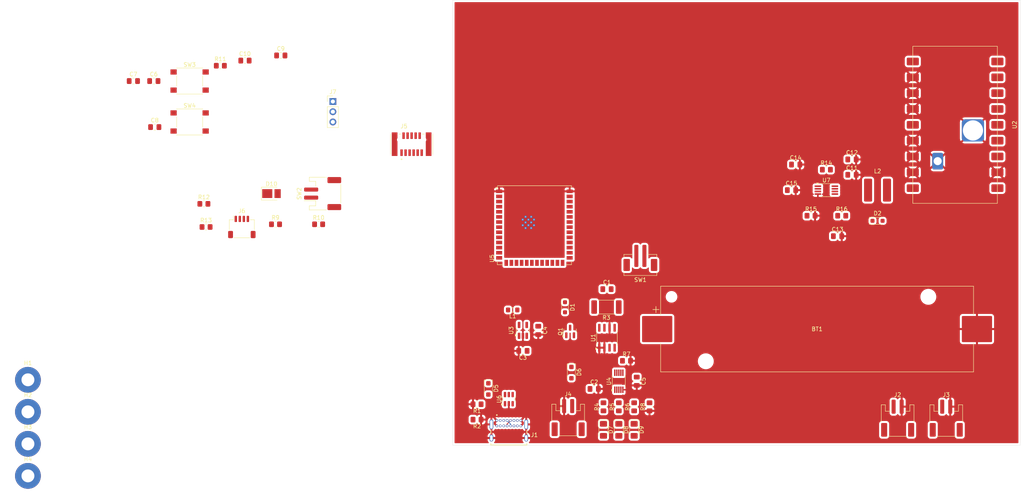
<source format=kicad_pcb>
(kicad_pcb (version 20241229) (generator "pcbnew") (generator_version "9.0")
  (layers (0 "F.Cu" signal) (2 "B.Cu" signal) (13 "F.Paste" user) (15 "B.Paste" user) (5 "F.SilkS" user "F.Silkscreen") (7 "B.SilkS" user "B.Silkscreen") (1 "F.Mask" user) (3 "B.Mask" user) (25 "Edge.Cuts" user))
  (net 0 "")
  (net 1 "Net-(BT1-+)")
  (net 2 "GND")
  (net 3 "Net-(Q1-D)")
  (net 4 "Net-(SW1-B)")
  (net 5 "VUSB")
  (net 6 "+BATT")
  (net 7 "+3V3")
  (net 8 "Net-(U5-EN)")
  (net 9 "Net-(U5-IO0)")
  (net 10 "Net-(U5-3V3)")
  (net 11 "Net-(U7-SS)")
  (net 12 "Net-(C12-Pad1)")
  (net 13 "+5V")
  (net 14 "Net-(D2-A)")
  (net 15 "Net-(D5-A)")
  (net 16 "Net-(D6-A)")
  (net 17 "Net-(D7-K)")
  (net 18 "Net-(D8-K)")
  (net 19 "Net-(D9-K)")
  (net 20 "Net-(D10-K)")
  (net 21 "Net-(D10-A)")
  (net 22 "Net-(J1-DN1)")
  (net 23 "Net-(J1-CC2)")
  (net 24 "Net-(J1-DP1)")
  (net 26 "Net-(J1-CC1)")
  (net 28 "IO1")
  (net 29 "I2S_MCLK")
  (net 30 "I2S_WS")
  (net 31 "IO2")
  (net 32 "I2S_MOSI")
  (net 33 "I2C_SCL")
  (net 34 "I2S_SCK")
  (net 35 "I2C_SDA")
  (net 36 "I2S_MISO")
  (net 37 "Net-(J7-Pin_1)")
  (net 38 "Net-(J7-Pin_2)")
  (net 39 "Net-(U3-LX)")
  (net 40 "Net-(U4-~{PG})")
  (net 41 "Net-(U4-STAT1)")
  (net 42 "Net-(U4-STAT2)")
  (net 43 "Net-(U4-PROG)")
  (net 44 "Net-(U4-THERM)")
  (net 45 "Net-(U5-IO13)")
  (net 46 "Net-(U7-COMP)")
  (net 47 "Net-(U7-FB)")
  (net 50 "LR_IRQ")
  (net 51 "SPI_MISO")
  (net 52 "SPI_MOSI")
  (net 53 "LR_CS")
  (net 54 "LR_RST")
  (net 55 "SPI_SCK")
  (net 56 "LR_BUSY")
  (net 60 "USB_D-")
  (net 64 "USB_D+")
  (footprint "Diode_SMD:D_SOD-123F" (layer "F.Cu") (at 90.17 147.32 -90)
    (property "Reference" "D5" (at -0.127 -1.905 90) (layer "F.SilkS"))
    (property "Value" "SBR2U60S1F-7")
    (pad "1" smd roundrect (at -1.4 0 270) (size 1.1 1.1) (layers "F.Cu" "F.Mask" "F.Paste") (roundrect_rratio 0.2272727273) (net 5 "VUSB"))
    (pad "2" smd roundrect (at 1.4 0 270) (size 1.1 1.1) (layers "F.Cu" "F.Mask" "F.Paste") (roundrect_rratio 0.2272727273) (net 15 "Net-(D5-A)"))
  )
  (footprint "LED_SMD:LED_1206_3216Metric_Pad1.42x1.75mm_HandSolder" (layer "F.Cu") (at 118.745 157.48 -90)
    (property "Reference" "D7" (at 0 -1.83 90) (layer "F.SilkS"))
    (property "Value" "LED")
    (pad "1" smd roundrect (at -1.4875 0 270) (size 1.425 1.75) (layers "F.Cu" "F.Mask" "F.Paste") (roundrect_rratio 0.175439) (net 17 "Net-(D7-K)"))
    (pad "2" smd roundrect (at 1.4875 0 270) (size 1.425 1.75) (layers "F.Cu" "F.Mask" "F.Paste") (roundrect_rratio 0.175439) (net 5 "VUSB"))
  )
  (footprint "MountingHole:MountingHole_3.2mm_M3_Pad" (layer "F.Cu") (at -24.13 168.91)
    (property "Reference" "H4" (at 0 -4.15 0) (layer "F.SilkS"))
    (property "Value" "MountingHole_Pad")
    (pad "1" thru_hole circle (at 0 0) (size 6.4 6.4) (drill 3.2) (layers "*.Cu" "*.Mask"))
  )
  (footprint "Battery:BatteryHolder_Keystone_1042_1x18650" (layer "F.Cu") (at 171.77 132.46)
    (property "Reference" "BT1" (at 0 0 0) (layer "F.SilkS"))
    (property "Value" "LiPo Cell")
    (fp_text user "+" (at -40 -5 0) (layer "F.SilkS") (effects (font (size 2 2))))
    (pad "" np_thru_hole circle (at -36.13 -8) (size 2.39 2.39) (drill 2.39) (layers "*.Cu" "*.Mask"))
    (pad "" np_thru_hole circle (at -27.62 8) (size 3.45 3.45) (drill 3.45) (layers "*.Cu" "*.Mask"))
    (pad "" np_thru_hole circle (at 27.62 -8) (size 3.45 3.45) (drill 3.45) (layers "*.Cu" "*.Mask"))
    (pad "1" smd roundrect (at -39.69 0) (size 7.5 6.5) (layers "F.Cu" "F.Mask" "F.Paste") (roundrect_rratio 0.038462) (net 1 "Net-(BT1-+)"))
    (pad "2" smd roundrect (at 39.69 0) (size 7.5 6.5) (layers "F.Cu" "F.Mask" "F.Paste") (roundrect_rratio 0.038462) (net 2 "GND"))
  )
  (footprint "MountingHole:MountingHole_3.2mm_M3_Pad" (layer "F.Cu") (at -24.13 153.01)
    (property "Reference" "H2" (at 0 -4.15 0) (layer "F.SilkS"))
    (property "Value" "MountingHole_Pad")
    (pad "1" thru_hole circle (at 0 0) (size 6.4 6.4) (drill 3.2) (layers "*.Cu" "*.Mask"))
  )
  (footprint "Inductor_SMD:L_0805_2012Metric_Pad1.05x1.20mm_HandSolder" (layer "F.Cu") (at 96.205 127.715 180)
    (property "Reference" "L1" (at 0 -1.55 0) (layer "F.SilkS"))
    (property "Value" "1uH, 1.5A")
    (pad "1" smd roundrect (at -1.15 0 180) (size 1.05 1.2) (layers "F.Cu" "F.Mask" "F.Paste") (roundrect_rratio 0.238095) (net 39 "Net-(U3-LX)"))
    (pad "2" smd roundrect (at 1.15 0 180) (size 1.05 1.2) (layers "F.Cu" "F.Mask" "F.Paste") (roundrect_rratio 0.238095) (net 7 "+3V3"))
  )
  (footprint "Capacitor_SMD:C_0805_2012Metric_Pad1.18x1.45mm_HandSolder" (layer "F.Cu") (at 102.555 132.795 -90)
    (property "Reference" "C4" (at 0 -1.68 90) (layer "F.SilkS"))
    (property "Value" "22uF")
    (pad "1" smd roundrect (at -1.0375 0 270) (size 1.175 1.45) (layers "F.Cu" "F.Mask" "F.Paste") (roundrect_rratio 0.212766) (net 7 "+3V3"))
    (pad "2" smd roundrect (at 1.0375 0 270) (size 1.175 1.45) (layers "F.Cu" "F.Mask" "F.Paste") (roundrect_rratio 0.212766) (net 2 "GND"))
  )
  (footprint "MountingHole:MountingHole_3.2mm_M3_Pad" (layer "F.Cu") (at -24.13 160.96)
    (property "Reference" "H3" (at 0 -4.15 0) (layer "F.SilkS"))
    (property "Value" "MountingHole_Pad")
    (pad "1" thru_hole circle (at 0 0) (size 6.4 6.4) (drill 3.2) (layers "*.Cu" "*.Mask"))
  )
  (footprint "Connector_JST:JST_PH_B2B-PH-SM4-TB_1x02-1MP_P2.00mm_Vertical" (layer "F.Cu") (at 127.905 114.8 180)
    (property "Reference" "SW1" (at 0 -5.45 0) (layer "F.SilkS"))
    (property "Value" "SW_SPST")
    (pad "1" smd roundrect (at -1 0.5 180) (size 1 5.5) (layers "F.Cu" "F.Mask" "F.Paste") (net 1 "Net-(BT1-+)"))
    (pad "2" smd roundrect (at 1 0.5 180) (size 1 5.5) (layers "F.Cu" "F.Mask" "F.Paste") (net 4 "Net-(SW1-B)"))
    (pad "MP" smd roundrect (at -3.4 -1.75 180) (size 1.6 3) (layers "F.Cu" "F.Mask" "F.Paste") (roundrect_rratio 0.15625))
    (pad "MP" smd roundrect (at 3.4 -1.75 180) (size 1.6 3) (layers "F.Cu" "F.Mask" "F.Paste") (roundrect_rratio 0.15625))
  )
  (footprint "Capacitor_SMD:C_0805_2012Metric_Pad1.18x1.45mm_HandSolder" (layer "F.Cu") (at 127 145.415 -90)
    (property "Reference" "C5" (at 0 -1.68 90) (layer "F.SilkS"))
    (property "Value" "1uF")
    (pad "1" smd roundrect (at -1.0375 0 270) (size 1.175 1.45) (layers "F.Cu" "F.Mask" "F.Paste") (roundrect_rratio 0.212766) (net 6 "+BATT"))
    (pad "2" smd roundrect (at 1.0375 0 270) (size 1.175 1.45) (layers "F.Cu" "F.Mask" "F.Paste") (roundrect_rratio 0.212766) (net 2 "GND"))
  )
  (footprint "LoRa1121F33:Inductor_2424" (layer "F.Cu") (at 186.782 97.973)
    (property "Reference" "L2" (at 0 -4.7 0) (layer "F.SilkS"))
    (property "Value" "10uH")
    (pad "1" smd roundrect (at -2.35 0) (size 2 5.7) (layers "F.Cu" "F.Mask" "F.Paste") (roundrect_rratio 0.15) (net 6 "+BATT"))
    (pad "2" smd roundrect (at 2.35 0) (size 2 5.7) (layers "F.Cu" "F.Mask" "F.Paste") (roundrect_rratio 0.15) (net 14 "Net-(D2-A)"))
  )
  (footprint "Resistor_SMD:R_0805_2012Metric_Pad1.20x1.40mm_HandSolder" (layer "F.Cu") (at 118.745 151.765 90)
    (property "Reference" "R4" (at 0 -1.65 90) (layer "F.SilkS"))
    (property "Value" "330")
    (pad "1" smd roundrect (at -1 0 90) (size 1.2 1.4) (layers "F.Cu" "F.Mask" "F.Paste") (roundrect_rratio 0.208333) (net 17 "Net-(D7-K)"))
    (pad "2" smd roundrect (at 1 0 90) (size 1.2 1.4) (layers "F.Cu" "F.Mask" "F.Paste") (roundrect_rratio 0.208333) (net 40 "Net-(U4-~{PG})"))
  )
  (footprint "LED_SMD:LED_1206_3216Metric_Pad1.42x1.75mm_HandSolder" (layer "F.Cu") (at 126.365 157.48 -90)
    (property "Reference" "D9" (at 0 -1.83 90) (layer "F.SilkS"))
    (property "Value" "LED")
    (pad "1" smd roundrect (at -1.4875 0 270) (size 1.425 1.75) (layers "F.Cu" "F.Mask" "F.Paste") (roundrect_rratio 0.175439) (net 19 "Net-(D9-K)"))
    (pad "2" smd roundrect (at 1.4875 0 270) (size 1.425 1.75) (layers "F.Cu" "F.Mask" "F.Paste") (roundrect_rratio 0.175439) (net 5 "VUSB"))
  )
  (footprint "Resistor_SMD:R_0805_2012Metric_Pad1.20x1.40mm_HandSolder" (layer "F.Cu") (at 37.33 106.455)
    (property "Reference" "R9" (at 0 -1.65 0) (layer "F.SilkS"))
    (property "Value" "200")
    (pad "1" smd roundrect (at -1 0) (size 1.2 1.4) (layers "F.Cu" "F.Mask" "F.Paste") (roundrect_rratio 0.208333) (net 20 "Net-(D10-K)"))
    (pad "2" smd roundrect (at 1 0) (size 1.2 1.4) (layers "F.Cu" "F.Mask" "F.Paste") (roundrect_rratio 0.208333) (net 2 "GND"))
  )
  (footprint "Connector_JST:JST_PH_S2B-PH-SM4-TB_1x02-1MP_P2.00mm_Horizontal" (layer "F.Cu") (at 191.77 154.58)
    (property "Reference" "J2" (at 0 -5.8 0) (layer "F.SilkS"))
    (property "Value" "Conn_02x01")
    (pad "1" smd roundrect (at -1 -2.85) (size 1 3.5) (layers "F.Cu" "F.Mask" "F.Paste") (net 1 "Net-(BT1-+)"))
    (pad "2" smd roundrect (at 1 -2.85) (size 1 3.5) (layers "F.Cu" "F.Mask" "F.Paste") (net 2 "GND"))
    (pad "MP" smd roundrect (at -3.35 2.9) (size 1.5 3.4) (layers "F.Cu" "F.Mask" "F.Paste") (roundrect_rratio 0.166667))
    (pad "MP" smd roundrect (at 3.35 2.9) (size 1.5 3.4) (layers "F.Cu" "F.Mask" "F.Paste") (roundrect_rratio 0.166667))
  )
  (footprint "Package_TO_SOT_SMD:SOT-23" (layer "F.Cu") (at 110.4625 133.0675 90)
    (property "Reference" "Q1" (at 0 -2.4 90) (layer "F.SilkS"))
    (property "Value" "Si2307")
    (pad "1" smd roundrect (at -0.9375 -0.95 90) (size 1.475 0.6) (layers "F.Cu" "F.Mask" "F.Paste") (net 5 "VUSB"))
    (pad "2" smd roundrect (at -0.9375 0.95 90) (size 1.475 0.6) (layers "F.Cu" "F.Mask" "F.Paste") (net 6 "+BATT"))
    (pad "3" smd roundrect (at 0.9375 0 90) (size 1.475 0.6) (layers "F.Cu" "F.Mask" "F.Paste") (net 3 "Net-(Q1-D)"))
  )
  (footprint "Capacitor_SMD:C_0805_2012Metric_Pad1.18x1.45mm_HandSolder" (layer "F.Cu") (at 7.3525 82.325)
    (property "Reference" "C8" (at 0 -1.68 0) (layer "F.SilkS"))
    (property "Value" "0.1uF")
    (pad "1" smd roundrect (at -1.0375 0) (size 1.175 1.45) (layers "F.Cu" "F.Mask" "F.Paste") (roundrect_rratio 0.212766) (net 2 "GND"))
    (pad "2" smd roundrect (at 1.0375 0) (size 1.175 1.45) (layers "F.Cu" "F.Mask" "F.Paste") (roundrect_rratio 0.212766) (net 9 "Net-(U5-IO0)"))
  )
  (footprint "MountingHole:MountingHole_3.2mm_M3_Pad" (layer "F.Cu") (at -24.13 145.06)
    (property "Reference" "H1" (at 0 -4.15 0) (layer "F.SilkS"))
    (property "Value" "MountingHole_Pad")
    (pad "1" thru_hole circle (at 0 0) (size 6.4 6.4) (drill 3.2) (layers "*.Cu" "*.Mask"))
  )
  (footprint "Capacitor_SMD:C_0805_2012Metric_Pad1.18x1.45mm_HandSolder" (layer "F.Cu") (at 180.432 94.163)
    (property "Reference" "C11" (at 0 -1.68 0) (layer "F.SilkS"))
    (property "Value" "27nF")
    (pad "1" smd roundrect (at -1.0375 0) (size 1.175 1.45) (layers "F.Cu" "F.Mask" "F.Paste") (roundrect_rratio 0.212766) (net 11 "Net-(U7-SS)"))
    (pad "2" smd roundrect (at 1.0375 0) (size 1.175 1.45) (layers "F.Cu" "F.Mask" "F.Paste") (roundrect_rratio 0.212766) (net 2 "GND"))
  )
  (footprint "Resistor_SMD:R_0805_2012Metric_Pad1.20x1.40mm_HandSolder" (layer "F.Cu") (at 48.03 106.455)
    (property "Reference" "R10" (at 0 -1.65 0) (layer "F.SilkS"))
    (property "Value" "10k")
    (pad "1" smd roundrect (at -1 0) (size 1.2 1.4) (layers "F.Cu" "F.Mask" "F.Paste") (roundrect_rratio 0.208333) (net 45 "Net-(U5-IO13)"))
    (pad "2" smd roundrect (at 1 0) (size 1.2 1.4) (layers "F.Cu" "F.Mask" "F.Paste") (roundrect_rratio 0.208333) (net 7 "+3V3"))
  )
  (footprint "Capacitor_SMD:C_0805_2012Metric_Pad1.18x1.45mm_HandSolder" (layer "F.Cu") (at 180.432 90.353)
    (property "Reference" "C12" (at 0 -1.68 0) (layer "F.SilkS"))
    (property "Value" "4.7nF")
    (pad "1" smd roundrect (at -1.0375 0) (size 1.175 1.45) (layers "F.Cu" "F.Mask" "F.Paste") (roundrect_rratio 0.212766) (net 12 "Net-(C12-Pad1)"))
    (pad "2" smd roundrect (at 1.0375 0) (size 1.175 1.45) (layers "F.Cu" "F.Mask" "F.Paste") (roundrect_rratio 0.212766) (net 2 "GND"))
  )
  (footprint "Diode_SMD:D_SOD-323_HandSoldering" (layer "F.Cu") (at 109.1925 127.05 -90)
    (property "Reference" "D1" (at 0 -1.85 90) (layer "F.SilkS"))
    (property "Value" "BAT20J")
    (pad "1" smd roundrect (at -1.25 0 270) (size 1 1) (layers "F.Cu" "F.Mask" "F.Paste") (net 6 "+BATT"))
    (pad "2" smd roundrect (at 1.25 0 270) (size 1 1) (layers "F.Cu" "F.Mask" "F.Paste") (net 5 "VUSB"))
  )
  (footprint "Capacitor_SMD:C_0805_2012Metric_Pad1.18x1.45mm_HandSolder" (layer "F.Cu") (at 98.745 137.875 180)
    (property "Reference" "C3" (at 0 -1.68 0) (layer "F.SilkS"))
    (property "Value" "10uF")
    (pad "1" smd roundrect (at -1.0375 0 180) (size 1.175 1.45) (layers "F.Cu" "F.Mask" "F.Paste") (roundrect_rratio 0.212766) (net 6 "+BATT"))
    (pad "2" smd roundrect (at 1.0375 0 180) (size 1.175 1.45) (layers "F.Cu" "F.Mask" "F.Paste") (roundrect_rratio 0.212766) (net 2 "GND"))
  )
  (footprint "Resistor_SMD:R_0805_2012Metric_Pad1.20x1.40mm_HandSolder" (layer "F.Cu") (at 124.46 140.335)
    (property "Reference" "R7" (at 0 -1.65 0) (layer "F.SilkS"))
    (property "Value" "1k")
    (pad "1" smd roundrect (at -1 0) (size 1.2 1.4) (layers "F.Cu" "F.Mask" "F.Paste") (roundrect_rratio 0.208333) (net 43 "Net-(U4-PROG)"))
    (pad "2" smd roundrect (at 1 0) (size 1.2 1.4) (layers "F.Cu" "F.Mask" "F.Paste") (roundrect_rratio 0.208333) (net 2 "GND"))
  )
  (footprint "LoRa1121F33:LoRa1121F33" (layer "F.Cu") (at 206.035 81.76 90)
    (property "Reference" "U2" (at 0 14.78 90) (layer "F.SilkS"))
    (property "Value" "LoRa1121F33-2G4")
    (pad "1" smd roundrect (at 15.72 -10.5 90) (size 1.905 3) (layers "F.Cu" "F.Mask" "F.Paste") (roundrect_rratio 0.15) (net 13 "+5V"))
    (pad "2" smd roundrect (at 11.79 -10.5 90) (size 1.905 3) (layers "F.Cu" "F.Mask" "F.Paste") (roundrect_rratio 0.15) (net 2 "GND"))
    (pad "3" smd roundrect (at 7.86 -10.5 90) (size 1.905 3) (layers "F.Cu" "F.Mask" "F.Paste") (roundrect_rratio 0.15) (net 2 "GND"))
    (pad "4" smd roundrect (at 3.93 -10.5 90) (size 1.905 3) (layers "F.Cu" "F.Mask" "F.Paste") (roundrect_rratio 0.15) (net 2 "GND"))
    (pad "5" smd roundrect (at 0 -10.5 90) (size 1.905 3) (layers "F.Cu" "F.Mask" "F.Paste") (roundrect_rratio 0.15))
    (pad "6" smd roundrect (at -3.93 -10.5 90) (size 1.905 3) (layers "F.Cu" "F.Mask" "F.Paste") (roundrect_rratio 0.15) (net 2 "GND"))
    (pad "7" smd roundrect (at -7.86 -10.5 90) (size 1.905 3) (layers "F.Cu" "F.Mask" "F.Paste") (roundrect_rratio 0.15) (net 2 "GND"))
    (pad "8" smd roundrect (at -11.79 -10.5 90) (size 1.905 3) (layers "F.Cu" "F.Mask" "F.Paste") (roundrect_rratio 0.15) (net 2 "GND"))
    (pad "9" smd roundrect (at -15.72 -10.5 90) (size 1.905 3) (layers "F.Cu" "F.Mask" "F.Paste") (roundrect_rratio 0.15))
    (pad "10" smd roundrect (at -15.72 10.5 90) (size 1.905 3) (layers "F.Cu" "F.Mask" "F.Paste") (roundrect_rratio 0.15))
    (pad "11" smd roundrect (at -11.79 10.5 90) (size 1.905 3) (layers "F.Cu" "F.Mask" "F.Paste") (roundrect_rratio 0.15) (net 2 "GND"))
    (pad "12" smd roundrect (at -7.86 10.5 90) (size 1.905 3) (layers "F.Cu" "F.Mask" "F.Paste") (roundrect_rratio 0.15) (net 55 "SPI_SCK"))
    (pad "13" smd roundrect (at -3.93 10.5 90) (size 1.905 3) (layers "F.Cu" "F.Mask" "F.Paste") (roundrect_rratio 0.15) (net 53 "LR_CS"))
    (pad "14" smd roundrect (at 0 10.5 90) (size 1.905 3) (layers "F.Cu" "F.Mask" "F.Paste") (roundrect_rratio 0.15) (net 56 "LR_BUSY"))
    (pad "15" smd roundrect (at 3.93 10.5 90) (size 1.905 3) (layers "F.Cu" "F.Mask" "F.Paste") (roundrect_rratio 0.15) (net 52 "SPI_MOSI"))
    (pad "16" smd roundrect (at 7.86 10.5 90) (size 1.905 3) (layers "F.Cu" "F.Mask" "F.Paste") (roundrect_rratio 0.15) (net 51 "SPI_MISO"))
    (pad "17" smd roundrect (at 11.79 10.5 90) (size 1.905 3) (layers "F.Cu" "F.Mask" "F.Paste") (roundrect_rratio 0.15) (net 54 "LR_RST"))
    (pad "18" smd roundrect (at 15.72 10.5 90) (size 1.905 3) (layers "F.Cu" "F.Mask" "F.Paste") (roundrect_rratio 0.15) (net 50 "LR_IRQ"))
    (pad "19" thru_hole roundrect (at -1.39 4.43 90) (size 5.5 5.5) (drill 5) (layers "*.Cu" "*.Mask") (roundrect_rratio 0.15) (net 2 "GND"))
    (pad "20" thru_hole roundrect (at -9.015 -4.325 90) (size 4.1 2.7) (drill 2) (layers "*.Cu" "*.Mask") (roundrect_rratio 0.15) (net 2 "GND"))
  )
  (footprint "Diode_SMD:D_SOD-323_HandSoldering" (layer "F.Cu") (at 186.782 105.593)
    (property "Reference" "D2" (at 0 -1.85 0) (layer "F.SilkS"))
    (property "Value" "BAT20J")
    (pad "1" smd roundrect (at -1.25 0) (size 1 1) (layers "F.Cu" "F.Mask" "F.Paste") (net 13 "+5V"))
    (pad "2" smd roundrect (at 1.25 0) (size 1 1) (layers "F.Cu" "F.Mask" "F.Paste") (net 14 "Net-(D2-A)"))
  )
  (footprint "Resistor_SMD:R_0805_2012Metric_Pad1.20x1.40mm_HandSolder" (layer "F.Cu") (at 87.36 151.13 180)
    (property "Reference" "R1" (at 0 -1.65 0) (layer "F.SilkS"))
    (property "Value" "5k1")
    (pad "1" smd roundrect (at -1 0 180) (size 1.2 1.4) (layers "F.Cu" "F.Mask" "F.Paste") (roundrect_rratio 0.208333) (net 26 "Net-(J1-CC1)"))
    (pad "2" smd roundrect (at 1 0 180) (size 1.2 1.4) (layers "F.Cu" "F.Mask" "F.Paste") (roundrect_rratio 0.208333) (net 2 "GND"))
  )
  (footprint "Connector_JST:JST_SH_SM04B-SRSS-TB_1x04-1MP_P1.00mm_Horizontal" (layer "F.Cu") (at 28.97 107.12)
    (property "Reference" "J6" (at 0 -3.98 0) (layer "F.SilkS"))
    (property "Value" "Conn_01x04")
    (pad "1" smd roundrect (at -1.5 -2) (size 0.6 1.55) (layers "F.Cu" "F.Mask" "F.Paste") (net 2 "GND"))
    (pad "2" smd roundrect (at -0.5 -2) (size 0.6 1.55) (layers "F.Cu" "F.Mask" "F.Paste") (net 7 "+3V3"))
    (pad "3" smd roundrect (at 0.5 -2) (size 0.6 1.55) (layers "F.Cu" "F.Mask" "F.Paste") (net 35 "I2C_SDA"))
    (pad "4" smd roundrect (at 1.5 -2) (size 0.6 1.55) (layers "F.Cu" "F.Mask" "F.Paste") (net 33 "I2C_SCL"))
    (pad "MP" smd roundrect (at -2.8 1.875) (size 1.2 1.8) (layers "F.Cu" "F.Mask" "F.Paste") (roundrect_rratio 0.208333))
    (pad "MP" smd roundrect (at 2.8 1.875) (size 1.2 1.8) (layers "F.Cu" "F.Mask" "F.Paste") (roundrect_rratio 0.208333))
  )
  (footprint "Resistor_SMD:R_0805_2012Metric_Pad1.20x1.40mm_HandSolder" (layer "F.Cu") (at 174.082 92.893)
    (property "Reference" "R14" (at 0 -1.65 0) (layer "F.SilkS"))
    (property "Value" "1k")
    (pad "1" smd roundrect (at -1 0) (size 1.2 1.4) (layers "F.Cu" "F.Mask" "F.Paste") (roundrect_rratio 0.208333) (net 46 "Net-(U7-COMP)"))
    (pad "2" smd roundrect (at 1 0) (size 1.2 1.4) (layers "F.Cu" "F.Mask" "F.Paste") (roundrect_rratio 0.208333) (net 12 "Net-(C12-Pad1)"))
  )
  (footprint "Resistor_SMD:R_0805_2012Metric_Pad1.20x1.40mm_HandSolder" (layer "F.Cu") (at 130.175 151.765 90)
    (property "Reference" "R8" (at 0 -1.65 90) (layer "F.SilkS"))
    (property "Value" "10k")
    (pad "1" smd roundrect (at -1 0 90) (size 1.2 1.4) (layers "F.Cu" "F.Mask" "F.Paste") (roundrect_rratio 0.208333) (net 2 "GND"))
    (pad "2" smd roundrect (at 1 0 90) (size 1.2 1.4) (layers "F.Cu" "F.Mask" "F.Paste") (roundrect_rratio 0.208333) (net 44 "Net-(U4-THERM)"))
  )
  (footprint "Package_SO:MSOP-8_3x3mm_P0.65mm" (layer "F.Cu") (at 174.082 97.973)
    (property "Reference" "U7" (at 0 -2.45 0) (layer "F.SilkS"))
    (property "Value" "ISL97519A")
    (pad "1" smd roundrect (at -2.1125 -0.975) (size 1.625 0.4) (layers "F.Cu" "F.Mask" "F.Paste") (net 46 "Net-(U7-COMP)"))
    (pad "2" smd roundrect (at -2.1125 -0.325) (size 1.625 0.4) (layers "F.Cu" "F.Mask" "F.Paste") (net 47 "Net-(U7-FB)"))
    (pad "3" smd roundrect (at -2.1125 0.325) (size 1.625 0.4) (layers "F.Cu" "F.Mask" "F.Paste"))
    (pad "4" smd roundrect (at -2.1125 0.975) (size 1.625 0.4) (layers "F.Cu" "F.Mask" "F.Paste") (net 2 "GND"))
    (pad "5" smd roundrect (at 2.1125 0.975) (size 1.625 0.4) (layers "F.Cu" "F.Mask" "F.Paste") (net 14 "Net-(D2-A)"))
    (pad "6" smd roundrect (at 2.1125 0.325) (size 1.625 0.4) (layers "F.Cu" "F.Mask" "F.Paste") (net 6 "+BATT"))
    (pad "7" smd roundrect (at 2.1125 -0.325) (size 1.625 0.4) (layers "F.Cu" "F.Mask" "F.Paste") (net 6 "+BATT"))
    (pad "8" smd roundrect (at 2.1125 -0.975) (size 1.625 0.4) (layers "F.Cu" "F.Mask" "F.Paste") (net 11 "Net-(U7-SS)"))
  )
  (footprint "Capacitor_SMD:C_0805_2012Metric_Pad1.18x1.45mm_HandSolder" (layer "F.Cu") (at 116.4375 147.32)
    (property "Reference" "C2" (at 0 -1.68 0) (layer "F.SilkS"))
    (property "Value" "1uF")
    (pad "1" smd roundrect (at -1.0375 0) (size 1.175 1.45) (layers "F.Cu" "F.Mask" "F.Paste") (roundrect_rratio 0.212766) (net 5 "VUSB"))
    (pad "2" smd roundrect (at 1.0375 0) (size 1.175 1.45) (layers "F.Cu" "F.Mask" "F.Paste") (roundrect_rratio 0.212766) (net 2 "GND"))
  )
  (footprint "Capacitor_SMD:C_0805_2012Metric_Pad1.18x1.45mm_HandSolder" (layer "F.Cu") (at 38.6375 64.545)
    (property "Reference" "C9" (at 0 -1.68 0) (layer "F.SilkS"))
    (property "Value" "10uF")
    (pad "1" smd roundrect (at -1.0375 0) (size 1.175 1.45) (layers "F.Cu" "F.Mask" "F.Paste") (roundrect_rratio 0.212766) (net 7 "+3V3"))
    (pad "2" smd roundrect (at 1.0375 0) (size 1.175 1.45) (layers "F.Cu" "F.Mask" "F.Paste") (roundrect_rratio 0.212766) (net 10 "Net-(U5-3V3)"))
  )
  (footprint "Connector_JST:JST_PH_S2B-PH-SM4-TB_1x02-1MP_P2.00mm_Horizontal" (layer "F.Cu") (at 109.975 154.432)
    (property "Reference" "J4" (at 0 -5.8 0) (layer "F.SilkS"))
    (property "Value" "Conn_01x02")
    (pad "1" smd roundrect (at -1 -2.85) (size 1 3.5) (layers "F.Cu" "F.Mask" "F.Paste") (net 2 "GND"))
    (pad "2" smd roundrect (at 1 -2.85) (size 1 3.5) (layers "F.Cu" "F.Mask" "F.Paste") (net 16 "Net-(D6-A)"))
    (pad "MP" smd roundrect (at -3.35 2.9) (size 1.5 3.4) (layers "F.Cu" "F.Mask" "F.Paste") (roundrect_rratio 0.166667))
    (pad "MP" smd roundrect (at 3.35 2.9) (size 1.5 3.4) (layers "F.Cu" "F.Mask" "F.Paste") (roundrect_rratio 0.166667))
  )
  (footprint "Package_TO_SOT_SMD:SOT-23-5_HandSoldering" (layer "F.Cu") (at 98.745 132.795 90)
    (property "Reference" "U3" (at 0 -2.9 90) (layer "F.SilkS"))
    (property "Value" "SC189Z")
    (pad "1" smd roundrect (at -1.35 -0.95 90) (size 1.56 0.65) (layers "F.Cu" "F.Mask" "F.Paste") (net 6 "+BATT"))
    (pad "2" smd roundrect (at -1.35 0 90) (size 1.56 0.65) (layers "F.Cu" "F.Mask" "F.Paste") (net 2 "GND"))
    (pad "3" smd roundrect (at -1.35 0.95 90) (size 1.56 0.65) (layers "F.Cu" "F.Mask" "F.Paste") (net 6 "+BATT"))
    (pad "4" smd roundrect (at 1.35 0.95 90) (size 1.56 0.65) (layers "F.Cu" "F.Mask" "F.Paste") (net 7 "+3V3"))
    (pad "5" smd roundrect (at 1.35 -0.95 90) (size 1.56 0.65) (layers "F.Cu" "F.Mask" "F.Paste") (net 39 "Net-(U3-LX)"))
  )
  (footprint "Capacitor_SMD:C_0805_2012Metric_Pad1.18x1.45mm_HandSolder" (layer "F.Cu") (at 2.04 70.895)
    (property "Reference" "C7" (at 0 -1.68 0) (layer "F.SilkS"))
    (property "Value" "1uF")
    (pad "1" smd roundrect (at -1.0375 0) (size 1.175 1.45) (layers "F.Cu" "F.Mask" "F.Paste") (roundrect_rratio 0.212766) (net 2 "GND"))
    (pad "2" smd roundrect (at 1.0375 0) (size 1.175 1.45) (layers "F.Cu" "F.Mask" "F.Paste") (roundrect_rratio 0.212766) (net 8 "Net-(U5-EN)"))
  )
  (footprint "Connector_JST:JST_PH_S2B-PH-SM4-TB_1x02-1MP_P2.00mm_Horizontal" (layer "F.Cu") (at 203.835 154.58)
    (property "Reference" "J3" (at 0 -5.8 0) (layer "F.SilkS"))
    (property "Value" "Conn_02x01")
    (pad "1" smd roundrect (at -1 -2.85) (size 1 3.5) (layers "F.Cu" "F.Mask" "F.Paste") (net 1 "Net-(BT1-+)"))
    (pad "2" smd roundrect (at 1 -2.85) (size 1 3.5) (layers "F.Cu" "F.Mask" "F.Paste") (net 2 "GND"))
    (pad "MP" smd roundrect (at -3.35 2.9) (size 1.5 3.4) (layers "F.Cu" "F.Mask" "F.Paste") (roundrect_rratio 0.166667))
    (pad "MP" smd roundrect (at 3.35 2.9) (size 1.5 3.4) (layers "F.Cu" "F.Mask" "F.Paste") (roundrect_rratio 0.166667))
  )
  (footprint "Resistor_SMD:R_0805_2012Metric_Pad1.20x1.40mm_HandSolder" (layer "F.Cu") (at 126.365 151.765 90)
    (property "Reference" "R6" (at 0 -1.65 90) (layer "F.SilkS"))
    (property "Value" "330")
    (pad "1" smd roundrect (at -1 0 90) (size 1.2 1.4) (layers "F.Cu" "F.Mask" "F.Paste") (roundrect_rratio 0.208333) (net 19 "Net-(D9-K)"))
    (pad "2" smd roundrect (at 1 0 90) (size 1.2 1.4) (layers "F.Cu" "F.Mask" "F.Paste") (roundrect_rratio 0.208333) (net 42 "Net-(U4-STAT2)"))
  )
  (footprint "Capacitor_SMD:C_0805_2012Metric_Pad1.18x1.45mm_HandSolder" (layer "F.Cu") (at 166.462 91.623)
    (property "Reference" "C14" (at 0 -1.68 0) (layer "F.SilkS"))
    (property "Value" "0.1uF")
    (pad "1" smd roundrect (at -1.0375 0) (size 1.175 1.45) (layers "F.Cu" "F.Mask" "F.Paste") (roundrect_rratio 0.212766) (net 6 "+BATT"))
    (pad "2" smd roundrect (at 1.0375 0) (size 1.175 1.45) (layers "F.Cu" "F.Mask" "F.Paste") (roundrect_rratio 0.212766) (net 2 "GND"))
  )
  (footprint "Capacitor_SMD:C_0805_2012Metric_Pad1.18x1.45mm_HandSolder" (layer "F.Cu") (at 7.12 70.895)
    (property "Reference" "C6" (at 0 -1.68 0) (layer "F.SilkS"))
    (property "Value" "0.1uF")
    (pad "1" smd roundrect (at -1.0375 0) (size 1.175 1.45) (layers "F.Cu" "F.Mask" "F.Paste") (roundrect_rratio 0.212766) (net 8 "Net-(U5-EN)"))
    (pad "2" smd roundrect (at 1.0375 0) (size 1.175 1.45) (layers "F.Cu" "F.Mask" "F.Paste") (roundrect_rratio 0.212766) (net 2 "GND"))
  )
  (footprint "Resistor_SMD:R_0805_2012Metric_Pad1.20x1.40mm_HandSolder" (layer "F.Cu") (at 23.63 67.085)
    (property "Reference" "R11" (at 0 -1.65 0) (layer "F.SilkS"))
    (property "Value" "10k")
    (pad "1" smd roundrect (at -1 0) (size 1.2 1.4) (layers "F.Cu" "F.Mask" "F.Paste") (roundrect_rratio 0.208333) (net 7 "+3V3"))
    (pad "2" smd roundrect (at 1 0) (size 1.2 1.4) (layers "F.Cu" "F.Mask" "F.Paste") (roundrect_rratio 0.208333) (net 8 "Net-(U5-EN)"))
  )
  (footprint "Resistor_SMD:R_0805_2012Metric_Pad1.20x1.40mm_HandSolder" (layer "F.Cu") (at 170.272 104.323)
    (property "Reference" "R15" (at 0 -1.65 0) (layer "F.SilkS"))
    (property "Value" "1k")
    (pad "1" smd roundrect (at -1 0) (size 1.2 1.4) (layers "F.Cu" "F.Mask" "F.Paste") (roundrect_rratio 0.208333) (net 47 "Net-(U7-FB)"))
    (pad "2" smd roundrect (at 1 0) (size 1.2 1.4) (layers "F.Cu" "F.Mask" "F.Paste") (roundrect_rratio 0.208333) (net 2 "GND"))
  )
  (footprint "Connector_PinHeader_2.54mm:PinHeader_1x03_P2.54mm_Vertical" (layer "F.Cu") (at 51.57 75.975)
    (property "Reference" "J7" (at 0 -2.38 0) (layer "F.SilkS"))
    (property "Value" "Conn_01x03")
    (pad "1" thru_hole rect (at 0 0) (size 1.7 1.7) (drill 1) (layers "*.Cu" "*.Mask") (net 37 "Net-(J7-Pin_1)"))
    (pad "2" thru_hole circle (at 0 2.54) (size 1.7 1.7) (drill 1) (layers "*.Cu" "*.Mask") (net 38 "Net-(J7-Pin_2)"))
    (pad "3" thru_hole circle (at 0 5.08) (size 1.7 1.7) (drill 1) (layers "*.Cu" "*.Mask") (net 2 "GND"))
  )
  (footprint "LED_SMD:LED_PLCC_2835_Handsoldering" (layer "F.Cu") (at 36.33 98.835)
    (property "Reference" "D10" (at 0 -2.4 0) (layer "F.SilkS"))
    (property "Value" "LED")
    (pad "1" smd rect (at -1.05 0) (size 2.5 2.2) (layers "F.Cu" "F.Mask" "F.Paste") (net 20 "Net-(D10-K)"))
    (pad "2" smd rect (at 1.525 0) (size 1.55 2.2) (layers "F.Cu" "F.Mask" "F.Paste") (net 21 "Net-(D10-A)"))
  )
  (footprint "Diode_SMD:D_SOD-123F" (layer "F.Cu") (at 110.785 143.277 -90)
    (property "Reference" "D6" (at -0.127 -1.905 90) (layer "F.SilkS"))
    (property "Value" "SBR2U60S1F-7")
    (pad "1" smd roundrect (at -1.4 0 270) (size 1.1 1.1) (layers "F.Cu" "F.Mask" "F.Paste") (roundrect_rratio 0.2272727273) (net 5 "VUSB"))
    (pad "2" smd roundrect (at 1.4 0 270) (size 1.1 1.1) (layers "F.Cu" "F.Mask" "F.Paste") (roundrect_rratio 0.2272727273) (net 16 "Net-(D6-A)"))
  )
  (footprint "Resistor_SMD:R_2512_6332Metric_Pad1.40x3.35mm_HandSolder" (layer "F.Cu") (at 119.4825 127 180)
    (property "Reference" "R3" (at 0 -2.63 0) (layer "F.SilkS"))
    (property "Value" "0.1R")
    (pad "1" smd roundrect (at -3.05 0 180) (size 1.4 3.35) (layers "F.Cu" "F.Mask" "F.Paste") (roundrect_rratio 0.178571) (net 4 "Net-(SW1-B)"))
    (pad "2" smd roundrect (at 3.05 0 180) (size 1.4 3.35) (layers "F.Cu" "F.Mask" "F.Paste") (roundrect_rratio 0.178571) (net 3 "Net-(Q1-D)"))
  )
  (footprint "imports:GCT_USB4085-GF-A_REVB" (layer "F.Cu") (at 95.25 159.512)
    (property "Reference" "J1" (at 6.35 -0.762 0) (layer "F.SilkS"))
    (property "Value" "USB4085-GF-A_REVB")
    (pad "A1" thru_hole circle (at -2.975 -4.36) (size 0.65 0.65) (drill 0.4) (layers "*.Cu" "*.Mask") (net 2 "GND"))
    (pad "A4" thru_hole circle (at -2.125 -4.36) (size 0.65 0.65) (drill 0.4) (layers "*.Cu" "*.Mask") (net 15 "Net-(D5-A)"))
    (pad "A5" thru_hole circle (at -1.275 -4.36) (size 0.65 0.65) (drill 0.4) (layers "*.Cu" "*.Mask") (net 26 "Net-(J1-CC1)"))
    (pad "A6" thru_hole circle (at -0.425 -4.36) (size 0.65 0.65) (drill 0.4) (layers "*.Cu" "*.Mask") (net 24 "Net-(J1-DP1)"))
    (pad "A7" thru_hole circle (at 0.425 -4.36) (size 0.65 0.65) (drill 0.4) (layers "*.Cu" "*.Mask") (net 22 "Net-(J1-DN1)"))
    (pad "A8" thru_hole circle (at 1.275 -4.36) (size 0.65 0.65) (drill 0.4) (layers "*.Cu" "*.Mask"))
    (pad "A9" thru_hole circle (at 2.125 -4.36) (size 0.65 0.65) (drill 0.4) (layers "*.Cu" "*.Mask") (net 15 "Net-(D5-A)"))
    (pad "A12" thru_hole circle (at 2.975 -4.36) (size 0.65 0.65) (drill 0.4) (layers "*.Cu" "*.Mask") (net 2 "GND"))
    (pad "B1" thru_hole circle (at 2.975 -3.01) (size 0.65 0.65) (drill 0.4) (layers "*.Cu" "*.Mask") (net 2 "GND"))
    (pad "B4" thru_hole circle (at 2.125 -3.01) (size 0.65 0.65) (drill 0.4) (layers "*.Cu" "*.Mask") (net 15 "Net-(D5-A)"))
    (pad "B5" thru_hole circle (at 1.275 -3.01) (size 0.65 0.65) (drill 0.4) (layers "*.Cu" "*.Mask") (net 23 "Net-(J1-CC2)"))
    (pad "B6" thru_hole circle (at 0.425 -3.01) (size 0.65 0.65) (drill 0.4) (layers "*.Cu" "*.Mask") (net 24 "Net-(J1-DP1)"))
    (pad "B7" thru_hole circle (at -0.425 -3.01) (size 0.65 0.65) (drill 0.4) (layers "*.Cu" "*.Mask") (net 22 "Net-(J1-DN1)"))
    (pad "B8" thru_hole circle (at -1.275 -3.01) (size 0.65 0.65) (drill 0.4) (layers "*.Cu" "*.Mask"))
    (pad "B9" thru_hole circle (at -2.125 -3.01) (size 0.65 0.65) (drill 0.4) (layers "*.Cu" "*.Mask") (net 15 "Net-(D5-A)"))
    (pad "B12" thru_hole circle (at -2.975 -3.01) (size 0.65 0.65) (drill 0.4) (layers "*.Cu" "*.Mask") (net 2 "GND"))
    (pad "S1" thru_hole oval (at -4.325 0) (size 0.9 1.7) (drill oval 0.6 1.4) (layers "*.Cu" "*.Mask") (net 2 "GND"))
    (pad "S2" thru_hole oval (at 4.325 0) (size 0.9 1.7) (drill oval 0.6 1.4) (layers "*.Cu" "*.Mask") (net 2 "GND"))
    (pad "S3" thru_hole oval (at -4.325 -3.38) (size 0.9 2.4) (drill oval 0.6 2.1) (layers "*.Cu" "*.Mask") (net 2 "GND"))
    (pad "S4" thru_hole oval (at 4.325 -3.38) (size 0.9 2.4) (drill oval 0.6 2.1) (layers "*.Cu" "*.Mask") (net 2 "GND"))
  )
  (footprint "RF_Module:ESP32-S3-WROOM-1U" (layer "F.Cu") (at 101.6 106.68)
    (property "Reference" "U5" (at -10.5 8.25 90) (layer "F.SilkS"))
    (property "Value" "ESP32-S3-WROOM-1")
    (pad "1" smd rect (at -8.75 -8.41) (size 1.5 0.9) (layers "F.Cu" "F.Mask" "F.Paste") (net 2 "GND"))
    (pad "2" smd rect (at -8.75 -7.14) (size 1.5 0.9) (layers "F.Cu" "F.Mask" "F.Paste") (net 10 "Net-(U5-3V3)"))
    (pad "3" smd rect (at -8.75 -5.87) (size 1.5 0.9) (layers "F.Cu" "F.Mask" "F.Paste") (net 8 "Net-(U5-EN)"))
    (pad "4" smd rect (at -8.75 -4.6) (size 1.5 0.9) (layers "F.Cu" "F.Mask" "F.Paste") (net 55 "SPI_SCK"))
    (pad "5" smd rect (at -8.75 -3.33) (size 1.5 0.9) (layers "F.Cu" "F.Mask" "F.Paste") (net 53 "LR_CS"))
    (pad "6" smd rect (at -8.75 -2.06) (size 1.5 0.9) (layers "F.Cu" "F.Mask" "F.Paste") (net 52 "SPI_MOSI"))
    (pad "7" smd rect (at -8.75 -0.79) (size 1.5 0.9) (layers "F.Cu" "F.Mask" "F.Paste") (net 51 "SPI_MISO"))
    (pad "8" smd rect (at -8.75 0.48) (size 1.5 0.9) (layers "F.Cu" "F.Mask" "F.Paste"))
    (pad "9" smd rect (at -8.75 1.75) (size 1.5 0.9) (layers "F.Cu" "F.Mask" "F.Paste"))
    (pad "10" smd rect (at -8.75 3.02) (size 1.5 0.9) (layers "F.Cu" "F.Mask" "F.Paste") (net 33 "I2C_SCL"))
    (pad "11" smd rect (at -8.75 4.29) (size 1.5 0.9) (layers "F.Cu" "F.Mask" "F.Paste") (net 35 "I2C_SDA"))
    (pad "12" smd rect (at -8.75 5.56) (size 1.5 0.9) (layers "F.Cu" "F.Mask" "F.Paste"))
    (pad "13" smd rect (at -8.75 6.83) (size 1.5 0.9) (layers "F.Cu" "F.Mask" "F.Paste") (net 60 "USB_D-"))
    (pad "14" smd rect (at -8.75 8.1 180) (size 1.5 0.9) (layers "F.Cu" "F.Mask" "F.Paste") (net 64 "USB_D+"))
    (pad "15" smd rect (at -6.985 9.35 270) (size 1.5 0.9) (layers "F.Cu" "F.Mask" "F.Paste"))
    (pad "16" smd rect (at -5.715 9.35 270) (size 1.5 0.9) (layers "F.Cu" "F.Mask" "F.Paste"))
    (pad "17" smd rect (at -4.445 9.35 270) (size 1.5 0.9) (layers "F.Cu" "F.Mask" "F.Paste") (net 56 "LR_BUSY"))
    (pad "18" smd rect (at -3.175 9.35 270) (size 1.5 0.9) (layers "F.Cu" "F.Mask" "F.Paste") (net 54 "LR_RST"))
    (pad "19" smd rect (at -1.905 9.35 270) (size 1.5 0.9) (layers "F.Cu" "F.Mask" "F.Paste") (net 50 "LR_IRQ"))
    (pad "20" smd rect (at -0.635 9.35 270) (size 1.5 0.9) (layers "F.Cu" "F.Mask" "F.Paste"))
    (pad "21" smd rect (at 0.635 9.35 270) (size 1.5 0.9) (layers "F.Cu" "F.Mask" "F.Paste") (net 45 "Net-(U5-IO13)"))
    (pad "22" smd rect (at 1.905 9.35 270) (size 1.5 0.9) (layers "F.Cu" "F.Mask" "F.Paste") (net 21 "Net-(D10-A)"))
    (pad "23" smd rect (at 3.175 9.35 270) (size 1.5 0.9) (layers "F.Cu" "F.Mask" "F.Paste"))
    (pad "24" smd rect (at 4.445 9.35 270) (size 1.5 0.9) (layers "F.Cu" "F.Mask" "F.Paste"))
    (pad "25" smd rect (at 5.715 9.35 270) (size 1.5 0.9) (layers "F.Cu" "F.Mask" "F.Paste"))
    (pad "26" smd rect (at 6.985 9.35 270) (size 1.5 0.9) (layers "F.Cu" "F.Mask" "F.Paste"))
    (pad "27" smd rect (at 8.75 8.1) (size 1.5 0.9) (layers "F.Cu" "F.Mask" "F.Paste") (net 9 "Net-(U5-IO0)"))
    (pad "28" smd rect (at 8.75 6.83) (size 1.5 0.9) (layers "F.Cu" "F.Mask" "F.Paste"))
    (pad "29" smd rect (at 8.75 5.56) (size 1.5 0.9) (layers "F.Cu" "F.Mask" "F.Paste"))
    (pad "30" smd rect (at 8.75 4.29) (size 1.5 0.9) (layers "F.Cu" "F.Mask" "F.Paste"))
    (pad "31" smd rect (at 8.75 3.02) (size 1.5 0.9) (layers "F.Cu" "F.Mask" "F.Paste") (net 34 "I2S_SCK"))
    (pad "32" smd rect (at 8.75 1.75) (size 1.5 0.9) (layers "F.Cu" "F.Mask" "F.Paste") (net 30 "I2S_WS"))
    (pad "33" smd rect (at 8.75 0.48) (size 1.5 0.9) (layers "F.Cu" "F.Mask" "F.Paste") (net 36 "I2S_MISO"))
    (pad "34" smd rect (at 8.75 -0.79) (size 1.5 0.9) (layers "F.Cu" "F.Mask" "F.Paste") (net 32 "I2S_MOSI"))
    (pad "35" smd rect (at 8.75 -2.06) (size 1.5 0.9) (layers "F.Cu" "F.Mask" "F.Paste") (net 29 "I2S_MCLK"))
    (pad "36" smd rect (at 8.75 -3.33) (size 1.5 0.9) (layers "F.Cu" "F.Mask" "F.Paste") (net 38 "Net-(J7-Pin_2)"))
    (pad "37" smd rect (at 8.75 -4.6) (size 1.5 0.9) (layers "F.Cu" "F.Mask" "F.Paste") (net 37 "Net-(J7-Pin_1)"))
    (pad "38" smd rect (at 8.75 -5.87) (size 1.5 0.9) (layers "F.Cu" "F.Mask" "F.Paste") (net 31 "IO2"))
    (pad "39" smd rect (at 8.75 -7.14) (size 1.5 0.9) (layers "F.Cu" "F.Mask" "F.Paste") (net 28 "IO1"))
    (pad "40" smd rect (at 8.75 -8.41) (size 1.5 0.9) (layers "F.Cu" "F.Mask" "F.Paste") (net 2 "GND"))
    (pad "41" thru_hole circle (at -2.9 -1.39) (size 0.6 0.6) (drill 0.2) (property pad_prop_heatsink) (layers "*.Cu" "F.Mask") (net 2 "GND"))
    (pad "41" thru_hole circle (at -2.9 0.01) (size 0.6 0.6) (drill 0.2) (property pad_prop_heatsink) (layers "*.Cu" "F.Mask") (net 2 "GND"))
    (pad "41" thru_hole circle (at -2.2 -2.09) (size 0.6 0.6) (drill 0.2) (property pad_prop_heatsink) (layers "*.Cu" "F.Mask") (net 2 "GND"))
    (pad "41" thru_hole circle (at -2.2 -0.69) (size 0.6 0.6) (drill 0.2) (property pad_prop_heatsink) (layers "*.Cu" "F.Mask") (net 2 "GND"))
    (pad "41" thru_hole circle (at -2.2 0.71) (size 0.6 0.6) (drill 0.2) (property pad_prop_heatsink) (layers "*.Cu" "F.Mask") (net 2 "GND"))
    (pad "41" thru_hole circle (at -1.5 -1.39) (size 0.6 0.6) (drill 0.2) (property pad_prop_heatsink) (layers "*.Cu" "F.Mask") (net 2 "GND"))
    (pad "41" smd rect (at -1.5 -0.69) (size 3.9 3.9) (property pad_prop_heatsink) (layers "F.Cu" "F.Mask") (net 2 "GND"))
    (pad "41" thru_hole circle (at -1.5 0.01) (size 0.6 0.6) (drill 0.2) (property pad_prop_heatsink) (layers "*.Cu" "F.Mask") (net 2 "GND"))
    (pad "41" thru_hole circle (at -0.8 -2.09) (size 0.6 0.6) (drill 0.2) (property pad_prop_heatsink) (layers "*.Cu" "F.Mask") (net 2 "GND"))
    (pad "41" thru_hole circle (at -0.8 -0.69) (size 0.6 0.6) (drill 0.2) (property pad_prop_heatsink) (layers "*.Cu" "F.Mask") (net 2 "GND"))
    (pad "41" thru_hole circle (at -0.8 0.71) (size 0.6 0.6) (drill 0.2) (property pad_prop_heatsink) (layers "*.Cu" "F.Mask") (net 2 "GND"))
    (pad "41" thru_hole circle (at -0.1 -1.39) (size 0.6 0.6) (drill 0.2) (property pad_prop_heatsink) (layers "*.Cu" "F.Mask") (net 2 "GND"))
    (pad "41" thru_hole circle (at -0.1 0.01) (size 0.6 0.6) (drill 0.2) (property pad_prop_heatsink) (layers "*.Cu" "F.Mask") (net 2 "GND"))
  )
  (footprint "Connector_JST:JST_PH_S2B-PH-SM4-TB_1x02-1MP_P2.00mm_Horizontal" (layer "F.Cu") (at 49.03 98.835 90)
    (property "Reference" "SW2" (at 0 -5.8 90) (layer "F.SilkS"))
    (property "Value" "SW_Push")
    (pad "1" smd roundrect (at -1 -2.85 90) (size 1 3.5) (layers "F.Cu" "F.Mask" "F.Paste") (net 2 "GND"))
    (pad "2" smd roundrect (at 1 -2.85 90) (size 1 3.5) (layers "F.Cu" "F.Mask" "F.Paste") (net 45 "Net-(U5-IO13)"))
    (pad "MP" smd roundrect (at -3.35 2.9 90) (size 1.5 3.4) (layers "F.Cu" "F.Mask" "F.Paste") (roundrect_rratio 0.166667))
    (pad "MP" smd roundrect (at 3.35 2.9 90) (size 1.5 3.4) (layers "F.Cu" "F.Mask" "F.Paste") (roundrect_rratio 0.166667))
  )
  (footprint "Button_Switch_SMD:SW_SPST_PTS645" (layer "F.Cu") (at 16.01 81.055)
    (property "Reference" "SW4" (at 0 -4.05 0) (layer "F.SilkS"))
    (property "Value" "SW_Push")
    (pad "1" smd rect (at -3.98 -2.25) (size 1.55 1.3) (layers "F.Cu" "F.Mask" "F.Paste") (net 2 "GND"))
    (pad "1" smd rect (at 3.98 -2.25) (size 1.55 1.3) (layers "F.Cu" "F.Mask" "F.Paste") (net 2 "GND"))
    (pad "2" smd rect (at -3.98 2.25) (size 1.55 1.3) (layers "F.Cu" "F.Mask" "F.Paste") (net 9 "Net-(U5-IO0)"))
    (pad "2" smd rect (at 3.98 2.25) (size 1.55 1.3) (layers "F.Cu" "F.Mask" "F.Paste") (net 9 "Net-(U5-IO0)"))
  )
  (footprint "Resistor_SMD:R_0805_2012Metric_Pad1.20x1.40mm_HandSolder" (layer "F.Cu") (at 19.55 101.375)
    (property "Reference" "R12" (at 0 -1.65 0) (layer "F.SilkS"))
    (property "Value" "10k")
    (pad "1" smd roundrect (at -1 0) (size 1.2 1.4) (layers "F.Cu" "F.Mask" "F.Paste") (roundrect_rratio 0.208333) (net 7 "+3V3"))
    (pad "2" smd roundrect (at 1 0) (size 1.2 1.4) (layers "F.Cu" "F.Mask" "F.Paste") (roundrect_rratio 0.208333) (net 35 "I2C_SDA"))
  )
  (footprint "LED_SMD:LED_1206_3216Metric_Pad1.42x1.75mm_HandSolder" (layer "F.Cu") (at 122.555 157.48 -90)
    (property "Reference" "D8" (at 0 -1.83 90) (layer "F.SilkS"))
    (property "Value" "LED")
    (pad "1" smd roundrect (at -1.4875 0 270) (size 1.425 1.75) (layers "F.Cu" "F.Mask" "F.Paste") (roundrect_rratio 0.175439) (net 18 "Net-(D8-K)"))
    (pad "2" smd roundrect (at 1.4875 0 270) (size 1.425 1.75) (layers "F.Cu" "F.Mask" "F.Paste") (roundrect_rratio 0.175439) (net 5 "VUSB"))
  )
  (footprint "Package_TO_SOT_SMD:SOT-23-6" (layer "F.Cu") (at 95.25 149.86 90)
    (property "Reference" "U6" (at 0 -2.4 90) (layer "F.SilkS"))
    (property "Value" "USBLC6-2SC6")
    (pad "1" smd roundrect (at -1.1375 -0.95 90) (size 1.325 0.6) (layers "F.Cu" "F.Mask" "F.Paste") (net 24 "Net-(J1-DP1)"))
    (pad "2" smd roundrect (at -1.1375 0 90) (size 1.325 0.6) (layers "F.Cu" "F.Mask" "F.Paste") (net 2 "GND"))
    (pad "3" smd roundrect (at -1.1375 0.95 90) (size 1.325 0.6) (layers "F.Cu" "F.Mask" "F.Paste") (net 22 "Net-(J1-DN1)"))
    (pad "4" smd roundrect (at 1.1375 0.95 90) (size 1.325 0.6) (layers "F.Cu" "F.Mask" "F.Paste") (net 60 "USB_D-"))
    (pad "5" smd roundrect (at 1.1375 0 90) (size 1.325 0.6) (layers "F.Cu" "F.Mask" "F.Paste") (net 15 "Net-(D5-A)"))
    (pad "6" smd roundrect (at 1.1375 -0.95 90) (size 1.325 0.6) (layers "F.Cu" "F.Mask" "F.Paste") (net 64 "USB_D+"))
  )
  (footprint "Resistor_SMD:R_0805_2012Metric_Pad1.20x1.40mm_HandSolder" (layer "F.Cu") (at 122.555 151.765 90)
    (property "Reference" "R5" (at 0 -1.65 90) (layer "F.SilkS"))
    (property "Value" "330")
    (pad "1" smd roundrect (at -1 0 90) (size 1.2 1.4) (layers "F.Cu" "F.Mask" "F.Paste") (roundrect_rratio 0.208333) (net 18 "Net-(D8-K)"))
    (pad "2" smd roundrect (at 1 0 90) (size 1.2 1.4) (layers "F.Cu" "F.Mask" "F.Paste") (roundrect_rratio 0.208333) (net 41 "Net-(U4-STAT1)"))
  )
  (footprint "Capacitor_SMD:C_0805_2012Metric_Pad1.18x1.45mm_HandSolder" (layer "F.Cu") (at 176.8545 109.403)
    (property "Reference" "C13" (at 0 -1.68 0) (layer "F.SilkS"))
    (property "Value" "22uF")
    (pad "1" smd roundrect (at -1.0375 0) (size 1.175 1.45) (layers "F.Cu" "F.Mask" "F.Paste") (roundrect_rratio 0.212766) (net 13 "+5V"))
    (pad "2" smd roundrect (at 1.0375 0) (size 1.175 1.45) (layers "F.Cu" "F.Mask" "F.Paste") (roundrect_rratio 0.212766) (net 2 "GND"))
  )
  (footprint "Capacitor_SMD:C_0805_2012Metric_Pad1.18x1.45mm_HandSolder" (layer "F.Cu") (at 165.4245 97.973)
    (property "Reference" "C15" (at 0 -1.68 0) (layer "F.SilkS"))
    (property "Value" "22uF")
    (pad "1" smd roundrect (at -1.0375 0) (size 1.175 1.45) (layers "F.Cu" "F.Mask" "F.Paste") (roundrect_rratio 0.212766) (net 6 "+BATT"))
    (pad "2" smd roundrect (at 1.0375 0) (size 1.175 1.45) (layers "F.Cu" "F.Mask" "F.Paste") (roundrect_rratio 0.212766) (net 2 "GND"))
  )
  (footprint "Package_SO:MSOP-10_3x3mm_P0.5mm" (layer "F.Cu") (at 122.555 145.415 90)
    (property "Reference" "U4" (at 0 -2.45 90) (layer "F.SilkS"))
    (property "Value" "MCP73833-AMI-UN")
    (pad "1" smd roundrect (at -2.1125 -1 90) (size 1.625 0.35) (layers "F.Cu" "F.Mask" "F.Paste") (net 5 "VUSB"))
    (pad "2" smd roundrect (at -2.1125 -0.5 90) (size 1.625 0.35) (layers "F.Cu" "F.Mask" "F.Paste") (net 5 "VUSB"))
    (pad "3" smd roundrect (at -2.1125 0 90) (size 1.625 0.35) (layers "F.Cu" "F.Mask" "F.Paste") (net 41 "Net-(U4-STAT1)"))
    (pad "4" smd roundrect (at -2.1125 0.5 90) (size 1.625 0.35) (layers "F.Cu" "F.Mask" "F.Paste") (net 42 "Net-(U4-STAT2)"))
    (pad "5" smd roundrect (at -2.1125 1 90) (size 1.625 0.35) (layers "F.Cu" "F.Mask" "F.Paste") (net 2 "GND"))
    (pad "6" smd roundrect (at 2.1125 1 90) (size 1.625 0.35) (layers "F.Cu" "F.Mask" "F.Paste") (net 43 "Net-(U4-PROG)"))
    (pad "7" smd roundrect (at 2.1125 0.5 90) (size 1.625 0.35) (layers "F.Cu" "F.Mask" "F.Paste") (net 40 "Net-(U4-~{PG})"))
    (pad "8" smd roundrect (at 2.1125 0 90) (size 1.625 0.35) (layers "F.Cu" "F.Mask" "F.Paste") (net 44 "Net-(U4-THERM)"))
    (pad "9" smd roundrect (at 2.1125 -0.5 90) (size 1.625 0.35) (layers "F.Cu" "F.Mask" "F.Paste") (net 6 "+BATT"))
    (pad "10" smd roundrect (at 2.1125 -1 90) (size 1.625 0.35) (layers "F.Cu" "F.Mask" "F.Paste") (net 6 "+BATT"))
  )
  (footprint "Capacitor_SMD:C_0805_2012Metric_Pad1.18x1.45mm_HandSolder" (layer "F.Cu") (at 119.6125 122.555)
    (property "Reference" "C1" (at 0 -1.68 0) (layer "F.SilkS"))
    (property "Value" "0.1uF")
    (pad "1" smd roundrect (at -1.0375 0) (size 1.175 1.45) (layers "F.Cu" "F.Mask" "F.Paste") (roundrect_rratio 0.212766) (net 3 "Net-(Q1-D)"))
    (pad "2" smd roundrect (at 1.0375 0) (size 1.175 1.45) (layers "F.Cu" "F.Mask" "F.Paste") (roundrect_rratio 0.212766) (net 4 "Net-(SW1-B)"))
  )
  (footprint "Resistor_SMD:R_0805_2012Metric_Pad1.20x1.40mm_HandSolder" (layer "F.Cu") (at 177.892 104.323)
    (property "Reference" "R16" (at 0 -1.65 0) (layer "F.SilkS"))
    (property "Value" "3k")
    (pad "1" smd roundrect (at -1 0) (size 1.2 1.4) (layers "F.Cu" "F.Mask" "F.Paste") (roundrect_rratio 0.208333) (net 47 "Net-(U7-FB)"))
    (pad "2" smd roundrect (at 1 0) (size 1.2 1.4) (layers "F.Cu" "F.Mask" "F.Paste") (roundrect_rratio 0.208333) (net 13 "+5V"))
  )
  (footprint "imports:AMPHENOL_91930-21111LF" (layer "F.Cu") (at 71.12 86.565)
    (property "Reference" "J5" (at -1.905 -4.445 0) (layer "F.SilkS"))
    (property "Value" "91930-21111LF")
    (pad "" np_thru_hole circle (at -3.0225 -1.1) (size 0.84 0.84) (drill 0.84) (layers "*.Cu" "*.Mask"))
    (pad "" np_thru_hole circle (at 3.0225 -1.1) (size 0.84 0.84) (drill 0.84) (layers "*.Cu" "*.Mask"))
    (pad "1" smd rect (at -2.5 2.11) (size 0.61 1.63) (layers "F.Cu" "F.Mask") (net 28 "IO1"))
    (pad "2" smd rect (at -1.5 2.11) (size 0.61 1.63) (layers "F.Cu" "F.Mask") (net 34 "I2S_SCK"))
    (pad "3" smd rect (at -0.5 2.11) (size 0.61 1.63) (layers "F.Cu" "F.Mask") (net 30 "I2S_WS"))
    (pad "4" smd rect (at 0.5 2.11) (size 0.61 1.63) (layers "F.Cu" "F.Mask") (net 36 "I2S_MISO"))
    (pad "5" smd rect (at 1.5 2.11) (size 0.61 1.63) (layers "F.Cu" "F.Mask") (net 32 "I2S_MOSI"))
    (pad "6" smd rect (at 2.5 2.11) (size 0.61 1.63) (layers "F.Cu" "F.Mask") (net 29 "I2S_MCLK"))
    (pad "7" smd rect (at -2 -2.11) (size 0.61 1.63) (layers "F.Cu" "F.Mask") (net 7 "+3V3"))
    (pad "8" smd rect (at -1 -2.11) (size 0.61 1.63) (layers "F.Cu" "F.Mask") (net 31 "IO2"))
    (pad "9" smd rect (at 0 -2.11) (size 0.61 1.63) (layers "F.Cu" "F.Mask") (net 33 "I2C_SCL"))
    (pad "10" smd rect (at 1 -2.11) (size 0.61 1.63) (layers "F.Cu" "F.Mask") (net 35 "I2C_SDA"))
    (pad "11" smd rect (at 2 -2.11) (size 0.61 1.63) (layers "F.Cu" "F.Mask") (net 2 "GND"))
    (pad "S1" smd custom (at -4.22 0) (size 1 1) (layers "F.Cu") (net 2 "GND") (options (clearance outline) (anchor rect)) (primitives (gr_poly (pts (xy -0.7 -2.925) (xy -0.7 2.925) (xy 0.7 2.925) (xy 0.7 -0.7) (xy 0.682 -0.723) (xy 0.665 -0.747) (xy 0.65 -0.771) (xy 0.635 -0.796) (xy 0.622 -0.822) (xy 0.61 -0.848) (xy 0.599 -0.875) (xy 0.59 -0.902) (xy 0.581 -0.929) (xy 0.574 -0.957) (xy 0.568 -0.985) (xy 0.564 -1.014) (xy 0.561 -1.042) (xy 0.559 -1.071) (xy 0.558 -1.1) (xy 0.559 -1.129) (xy 0.561 -1.158) (xy 0.564 -1.186) (xy 0.568 -1.215) (xy 0.574 -1.243) (xy 0.581 -1.271) (xy 0.59 -1.298) (xy 0.599 -1.325) (xy 0.61 -1.352) (xy 0.622 -1.378) (xy 0.635 -1.404) (xy 0.65 -1.429) (xy 0.665 -1.453) (xy 0.682 -1.477) (xy 0.7 -1.5) (xy 0.7 -2.925) (xy -0.7 -2.925)) (width 0.01) (fill yes))))
    (pad "S2" smd custom (at 4.22 0) (size 1 1) (layers "F.Cu") (net 2 "GND") (options (clearance outline) (anchor rect)) (primitives (gr_poly (pts (xy 0.7 -2.925) (xy 0.7 2.925) (xy -0.7 2.925) (xy -0.7 -0.7) (xy -0.682 -0.723) (xy -0.665 -0.747) (xy -0.65 -0.771) (xy -0.635 -0.796) (xy -0.622 -0.822) (xy -0.61 -0.848) (xy -0.599 -0.875) (xy -0.59 -0.902) (xy -0.581 -0.929) (xy -0.574 -0.957) (xy -0.568 -0.985) (xy -0.564 -1.014) (xy -0.561 -1.042) (xy -0.559 -1.071) (xy -0.558 -1.1) (xy -0.559 -1.129) (xy -0.561 -1.158) (xy -0.564 -1.186) (xy -0.568 -1.215) (xy -0.574 -1.243) (xy -0.581 -1.271) (xy -0.59 -1.298) (xy -0.599 -1.325) (xy -0.61 -1.352) (xy -0.622 -1.378) (xy -0.635 -1.404) (xy -0.65 -1.429) (xy -0.665 -1.453) (xy -0.682 -1.477) (xy -0.7 -1.5) (xy -0.7 -2.925) (xy 0.7 -2.925)) (width 0.01) (fill yes))))
  )
  (footprint "Resistor_SMD:R_0805_2012Metric_Pad1.20x1.40mm_HandSolder" (layer "F.Cu") (at 87.36 154.94 180)
    (property "Reference" "R2" (at 0 -1.65 0) (layer "F.SilkS"))
    (property "Value" "5k1")
    (pad "1" smd roundrect (at -1 0 180) (size 1.2 1.4) (layers "F.Cu" "F.Mask" "F.Paste") (roundrect_rratio 0.208333) (net 2 "GND"))
    (pad "2" smd roundrect (at 1 0 180) (size 1.2 1.4) (layers "F.Cu" "F.Mask" "F.Paste") (roundrect_rratio 0.208333) (net 23 "Net-(J1-CC2)"))
  )
  (footprint "Package_SO:SOIC-8_3.9x4.9mm_P1.27mm" (layer "F.Cu") (at 119.6125 134.62 90)
    (property "Reference" "U1" (at 0 -3.4 90) (layer "F.SilkS"))
    (property "Value" "INA219AxD")
    (pad "1" smd roundrect (at -2.475 -1.905 90) (size 1.95 0.6) (layers "F.Cu" "F.Mask" "F.Paste") (net 2 "GND"))
    (pad "2" smd roundrect (at -2.475 -0.635 90) (size 1.95 0.6) (layers "F.Cu" "F.Mask" "F.Paste") (net 2 "GND"))
    (pad "3" smd roundrect (at -2.475 0.635 90) (size 1.95 0.6) (layers "F.Cu" "F.Mask" "F.Paste") (net 35 "I2C_SDA"))
    (pad "4" smd roundrect (at -2.475 1.905 90) (size 1.95 0.6) (layers "F.Cu" "F.Mask" "F.Paste") (net 33 "I2C_SCL"))
    (pad "5" smd roundrect (at 2.475 1.905 90) (size 1.95 0.6) (layers "F.Cu" "F.Mask" "F.Paste") (net 7 "+3V3"))
    (pad "6" smd roundrect (at 2.475 0.635 90) (size 1.95 0.6) (layers "F.Cu" "F.Mask" "F.Paste") (net 2 "GND"))
    (pad "7" smd roundrect (at 2.475 -0.635 90) (size 1.95 0.6) (layers "F.Cu" "F.Mask" "F.Paste") (net 4 "Net-(SW1-B)"))
    (pad "8" smd roundrect (at 2.475 -1.905 90) (size 1.95 0.6) (layers "F.Cu" "F.Mask" "F.Paste") (net 3 "Net-(Q1-D)"))
  )
  (footprint "Resistor_SMD:R_0805_2012Metric_Pad1.20x1.40mm_HandSolder" (layer "F.Cu") (at 20.09 107.12)
    (property "Reference" "R13" (at 0 -1.65 0) (layer "F.SilkS"))
    (property "Value" "10k")
    (pad "1" smd roundrect (at -1 0) (size 1.2 1.4) (layers "F.Cu" "F.Mask" "F.Paste") (roundrect_rratio 0.208333) (net 7 "+3V3"))
    (pad "2" smd roundrect (at 1 0) (size 1.2 1.4) (layers "F.Cu" "F.Mask" "F.Paste") (roundrect_rratio 0.208333) (net 33 "I2C_SCL"))
  )
  (footprint "Capacitor_SMD:C_0805_2012Metric_Pad1.18x1.45mm_HandSolder" (layer "F.Cu") (at 29.7475 65.815)
    (property "Reference" "C10" (at 0 -1.68 0) (layer "F.SilkS"))
    (property "Value" "0.1uF")
    (pad "1" smd roundrect (at -1.0375 0) (size 1.175 1.45) (layers "F.Cu" "F.Mask" "F.Paste") (roundrect_rratio 0.212766) (net 7 "+3V3"))
    (pad "2" smd roundrect (at 1.0375 0) (size 1.175 1.45) (layers "F.Cu" "F.Mask" "F.Paste") (roundrect_rratio 0.212766) (net 10 "Net-(U5-3V3)"))
  )
  (footprint "Button_Switch_SMD:SW_SPST_PTS645" (layer "F.Cu") (at 16.01 70.895)
    (property "Reference" "SW3" (at 0 -4.05 0) (layer "F.SilkS"))
    (property "Value" "SW_Push")
    (pad "1" smd rect (at -3.98 -2.25) (size 1.55 1.3) (layers "F.Cu" "F.Mask" "F.Paste") (net 2 "GND"))
    (pad "1" smd rect (at 3.98 -2.25) (size 1.55 1.3) (layers "F.Cu" "F.Mask" "F.Paste") (net 2 "GND"))
    (pad "2" smd rect (at -3.98 2.25) (size 1.55 1.3) (layers "F.Cu" "F.Mask" "F.Paste") (net 8 "Net-(U5-EN)"))
    (pad "2" smd rect (at 3.98 2.25) (size 1.55 1.3) (layers "F.Cu" "F.Mask" "F.Paste") (net 8 "Net-(U5-EN)"))
  )
  (gr_rect (start 81.28 50.8) (end 222.25 161.29) (stroke (width 0.05)) (fill no) (layer "Edge.Cuts"))
  (segment (start 95.675 155.187298) (end 95.675 155.152) (width 0.2) (layer "F.Cu") (net 22))
  (segment (start 94.825 156.502) (end 94.825 156.037298) (width 0.2) (layer "F.Cu") (net 22))
  (segment (start 94.825 156.037298) (end 95.675 155.187298) (width 0.2) (layer "F.Cu") (net 22))
  (segment (start 95.675 156.502) (end 95.675 156.037298) (width 0.2) (layer "B.Cu") (net 24))
  (segment (start 95.675 156.037298) (end 94.825 155.187298) (width 0.2) (layer "B.Cu") (net 24))
  (segment (start 94.825 155.187298) (end 94.825 155.152) (width 0.2) (layer "B.Cu") (net 24))
  (zone (net 2) (net_name "GND") (layer "F.Cu") (connect_pads (clearance 0.5)) (min_thickness 0.25) (fill yes (thermal_gap 0.5) (thermal_bridge_width 0.5))
    (polygon (pts (xy 81.788 50.8) (xy 222.25 50.8) (xy 222.25 161.29) (xy 81.28 161.29)))
  )
)
</source>
